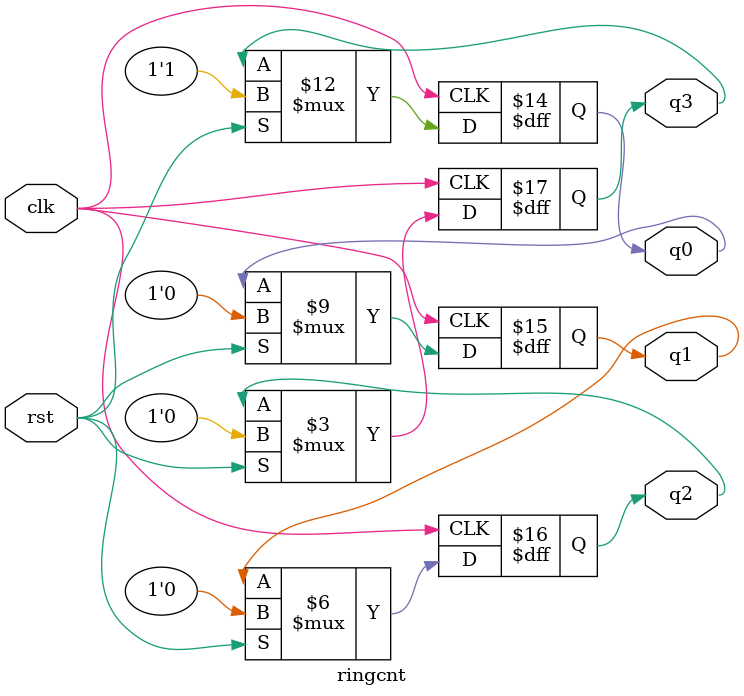
<source format=v>
module ringcnt(clk,rst,q0,q1,q2,q3);
input clk,rst;
output reg q0,q1,q2,q3;

always @ (posedge clk) begin
if(rst) begin
	q0<=1;
	q1<=0;
	q2<=0;
	q3<=0;
end
else begin
	q0<=q3;
	q1<=q0;
	q2<=q1;
	q3<=q2;
end
end

endmodule
</source>
